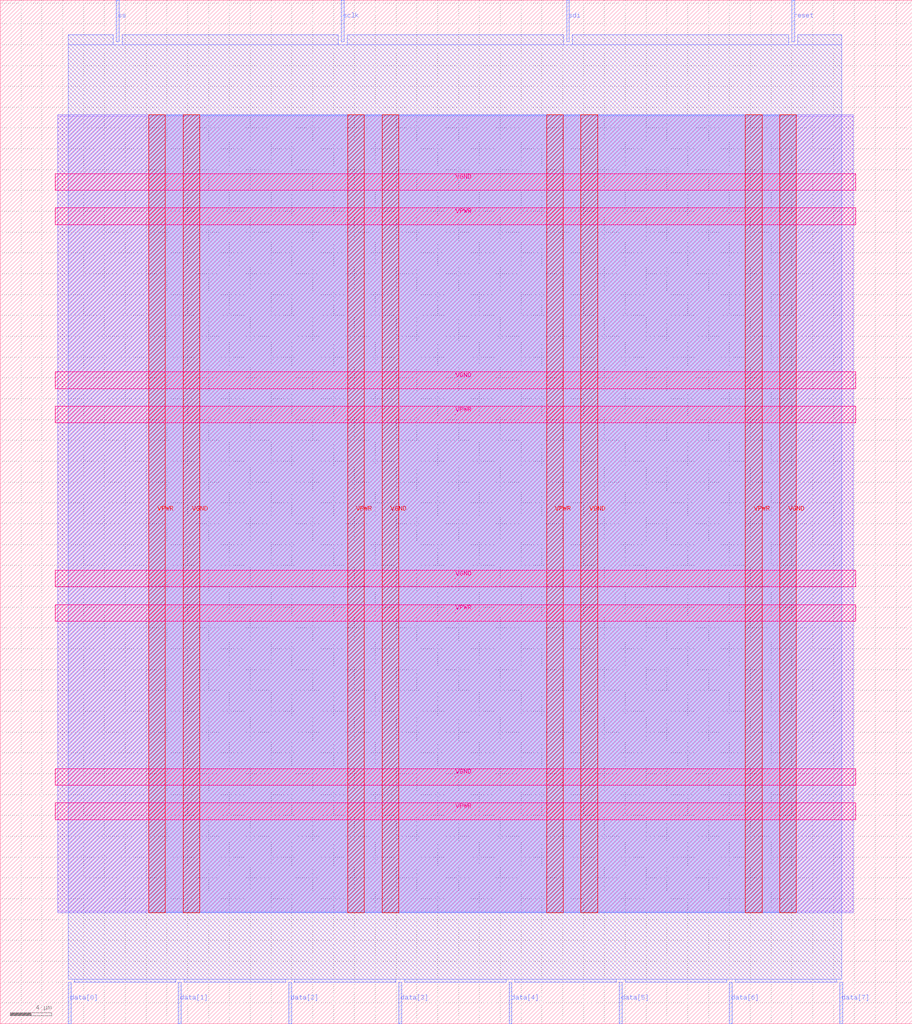
<source format=lef>
VERSION 5.7 ;
  NOWIREEXTENSIONATPIN ON ;
  DIVIDERCHAR "/" ;
  BUSBITCHARS "[]" ;
MACRO sr
  CLASS BLOCK ;
  FOREIGN sr ;
  ORIGIN 0.000 0.000 ;
  SIZE 87.560 BY 98.280 ;
  PIN VGND
    DIRECTION INOUT ;
    USE GROUND ;
    PORT
      LAYER met4 ;
        RECT 17.565 10.640 19.165 87.280 ;
    END
    PORT
      LAYER met4 ;
        RECT 36.655 10.640 38.255 87.280 ;
    END
    PORT
      LAYER met4 ;
        RECT 55.745 10.640 57.345 87.280 ;
    END
    PORT
      LAYER met4 ;
        RECT 74.835 10.640 76.435 87.280 ;
    END
    PORT
      LAYER met5 ;
        RECT 5.280 22.900 82.120 24.500 ;
    END
    PORT
      LAYER met5 ;
        RECT 5.280 41.940 82.120 43.540 ;
    END
    PORT
      LAYER met5 ;
        RECT 5.280 60.980 82.120 62.580 ;
    END
    PORT
      LAYER met5 ;
        RECT 5.280 80.020 82.120 81.620 ;
    END
  END VGND
  PIN VPWR
    DIRECTION INOUT ;
    USE POWER ;
    PORT
      LAYER met4 ;
        RECT 14.265 10.640 15.865 87.280 ;
    END
    PORT
      LAYER met4 ;
        RECT 33.355 10.640 34.955 87.280 ;
    END
    PORT
      LAYER met4 ;
        RECT 52.445 10.640 54.045 87.280 ;
    END
    PORT
      LAYER met4 ;
        RECT 71.535 10.640 73.135 87.280 ;
    END
    PORT
      LAYER met5 ;
        RECT 5.280 19.600 82.120 21.200 ;
    END
    PORT
      LAYER met5 ;
        RECT 5.280 38.640 82.120 40.240 ;
    END
    PORT
      LAYER met5 ;
        RECT 5.280 57.680 82.120 59.280 ;
    END
    PORT
      LAYER met5 ;
        RECT 5.280 76.720 82.120 78.320 ;
    END
  END VPWR
  PIN data[0]
    DIRECTION OUTPUT TRISTATE ;
    USE SIGNAL ;
    ANTENNADIFFAREA 0.795200 ;
    PORT
      LAYER met2 ;
        RECT 6.530 0.000 6.810 4.000 ;
    END
  END data[0]
  PIN data[1]
    DIRECTION OUTPUT TRISTATE ;
    USE SIGNAL ;
    ANTENNADIFFAREA 0.795200 ;
    PORT
      LAYER met2 ;
        RECT 17.110 0.000 17.390 4.000 ;
    END
  END data[1]
  PIN data[2]
    DIRECTION OUTPUT TRISTATE ;
    USE SIGNAL ;
    ANTENNADIFFAREA 0.795200 ;
    PORT
      LAYER met2 ;
        RECT 27.690 0.000 27.970 4.000 ;
    END
  END data[2]
  PIN data[3]
    DIRECTION OUTPUT TRISTATE ;
    USE SIGNAL ;
    ANTENNADIFFAREA 0.795200 ;
    PORT
      LAYER met2 ;
        RECT 38.270 0.000 38.550 4.000 ;
    END
  END data[3]
  PIN data[4]
    DIRECTION OUTPUT TRISTATE ;
    USE SIGNAL ;
    ANTENNADIFFAREA 0.795200 ;
    PORT
      LAYER met2 ;
        RECT 48.850 0.000 49.130 4.000 ;
    END
  END data[4]
  PIN data[5]
    DIRECTION OUTPUT TRISTATE ;
    USE SIGNAL ;
    ANTENNADIFFAREA 0.795200 ;
    PORT
      LAYER met2 ;
        RECT 59.430 0.000 59.710 4.000 ;
    END
  END data[5]
  PIN data[6]
    DIRECTION OUTPUT TRISTATE ;
    USE SIGNAL ;
    ANTENNADIFFAREA 0.795200 ;
    PORT
      LAYER met2 ;
        RECT 70.010 0.000 70.290 4.000 ;
    END
  END data[6]
  PIN data[7]
    DIRECTION OUTPUT TRISTATE ;
    USE SIGNAL ;
    PORT
      LAYER met2 ;
        RECT 80.590 0.000 80.870 4.000 ;
    END
  END data[7]
  PIN reset
    DIRECTION INPUT ;
    USE SIGNAL ;
    ANTENNAGATEAREA 0.213000 ;
    PORT
      LAYER met2 ;
        RECT 75.990 94.280 76.270 98.280 ;
    END
  END reset
  PIN sclk
    DIRECTION INPUT ;
    USE SIGNAL ;
    ANTENNAGATEAREA 0.852000 ;
    PORT
      LAYER met2 ;
        RECT 32.750 94.280 33.030 98.280 ;
    END
  END sclk
  PIN sdi
    DIRECTION INPUT ;
    USE SIGNAL ;
    ANTENNAGATEAREA 0.196500 ;
    PORT
      LAYER met2 ;
        RECT 54.370 94.280 54.650 98.280 ;
    END
  END sdi
  PIN ss
    DIRECTION INPUT ;
    USE SIGNAL ;
    ANTENNAGATEAREA 0.213000 ;
    PORT
      LAYER met2 ;
        RECT 11.130 94.280 11.410 98.280 ;
    END
  END ss
  OBS
      LAYER li1 ;
        RECT 5.520 10.795 81.880 87.125 ;
      LAYER met1 ;
        RECT 5.520 10.640 81.880 87.280 ;
      LAYER met2 ;
        RECT 6.540 94.000 10.850 94.930 ;
        RECT 11.690 94.000 32.470 94.930 ;
        RECT 33.310 94.000 54.090 94.930 ;
        RECT 54.930 94.000 75.710 94.930 ;
        RECT 76.550 94.000 80.800 94.930 ;
        RECT 6.540 4.280 80.800 94.000 ;
        RECT 7.090 4.000 16.830 4.280 ;
        RECT 17.670 4.000 27.410 4.280 ;
        RECT 28.250 4.000 37.990 4.280 ;
        RECT 38.830 4.000 48.570 4.280 ;
        RECT 49.410 4.000 59.150 4.280 ;
        RECT 59.990 4.000 69.730 4.280 ;
        RECT 70.570 4.000 80.310 4.280 ;
      LAYER met3 ;
        RECT 14.275 10.715 76.425 87.205 ;
  END
END sr
END LIBRARY


</source>
